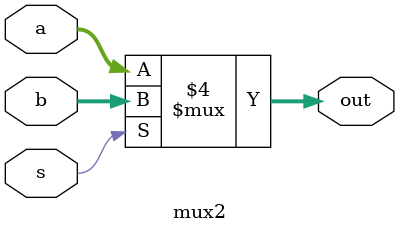
<source format=v>
`timescale 1ns / 1ps
module mux2(
    input [31:0] a,
    input [31:0] b,
    input s,
    output reg [31:0] out
);

always @ (*)
begin
    if(s == 0)
        out <= a;
    else 
        out <= b;
end

endmodule

</source>
